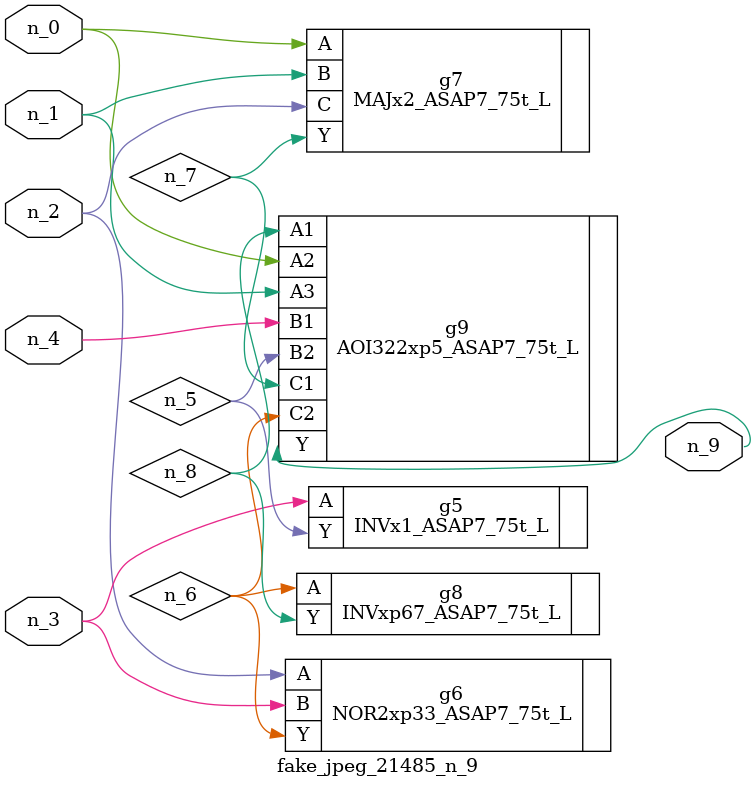
<source format=v>
module fake_jpeg_21485_n_9 (n_3, n_2, n_1, n_0, n_4, n_9);

input n_3;
input n_2;
input n_1;
input n_0;
input n_4;

output n_9;

wire n_8;
wire n_6;
wire n_5;
wire n_7;

INVx1_ASAP7_75t_L g5 ( 
.A(n_3),
.Y(n_5)
);

NOR2xp33_ASAP7_75t_L g6 ( 
.A(n_2),
.B(n_3),
.Y(n_6)
);

MAJx2_ASAP7_75t_L g7 ( 
.A(n_0),
.B(n_1),
.C(n_2),
.Y(n_7)
);

INVxp67_ASAP7_75t_L g8 ( 
.A(n_6),
.Y(n_8)
);

AOI322xp5_ASAP7_75t_L g9 ( 
.A1(n_8),
.A2(n_0),
.A3(n_1),
.B1(n_4),
.B2(n_5),
.C1(n_7),
.C2(n_6),
.Y(n_9)
);


endmodule
</source>
